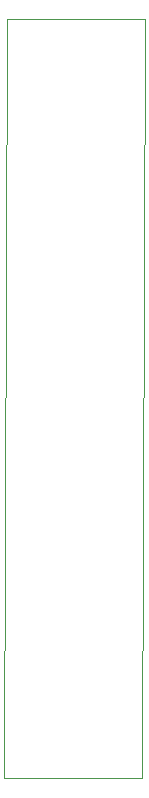
<source format=gm1>
%TF.GenerationSoftware,KiCad,Pcbnew,7.0.8*%
%TF.CreationDate,2023-10-18T23:35:29+02:00*%
%TF.ProjectId,connector_breakout,636f6e6e-6563-4746-9f72-5f627265616b,rev?*%
%TF.SameCoordinates,Original*%
%TF.FileFunction,Profile,NP*%
%FSLAX46Y46*%
G04 Gerber Fmt 4.6, Leading zero omitted, Abs format (unit mm)*
G04 Created by KiCad (PCBNEW 7.0.8) date 2023-10-18 23:35:29*
%MOMM*%
%LPD*%
G01*
G04 APERTURE LIST*
%TA.AperFunction,Profile*%
%ADD10C,0.100000*%
%TD*%
G04 APERTURE END LIST*
D10*
X140208000Y-91694000D02*
X128524000Y-91694000D01*
X128778000Y-27432000D01*
X140421628Y-27429720D01*
X140208000Y-91694000D01*
M02*

</source>
